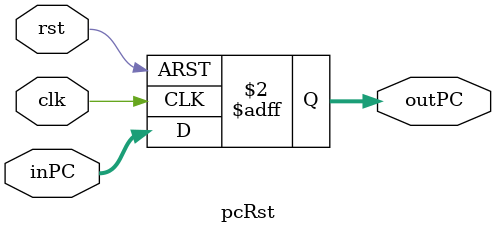
<source format=v>
`timescale 1ns / 1ns

module pcRst(
    input rst,
    input clk,
    input [31:0] inPC,
    output reg [31:0] outPC
);

    always@(posedge clk, posedge rst) begin
            if(rst)
                outPC <= 31'h00001000;
            else
                outPC <= inPC;
    end

endmodule


</source>
